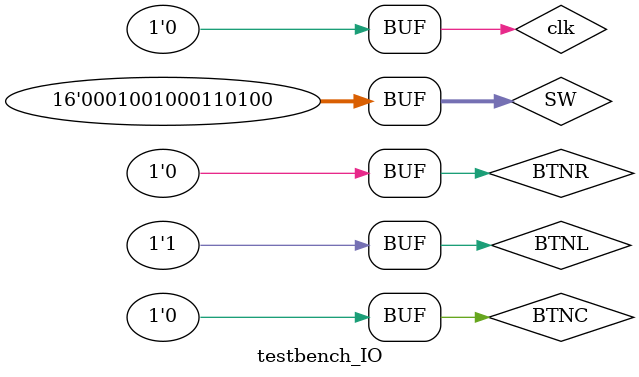
<source format=sv>
`timescale 1ns / 1ps

module testbench_IO();
    logic clk, BTNC;
    logic [15:0] SW;
    logic [7:0] AN;
    logic DP;
    logic BTNL;
    logic BTNR;
    logic [6:0] A2G;

    logic [31:0] pc, instr, readdata;
    logic [31:0] writedata, dataadr;
    logic memwrite;
    
    mips mips(clk, BTNC, pc, instr, memwrite, dataadr, writedata, readdata);
    imem imem(pc[9:2], instr);
    DataMemoryDecoder dmdec(clk, memwrite, dataadr, writedata, readdata, BTNC, BTNL, BTNR, SW, AN, DP, A2G);
    
    initial
        begin
            
            SW = 16'b0001_0010_0011_0100;
            BTNC = 1; // reset
            #20 BTNC = 0;
            #30 BTNR = 1; BTNL = 0;
            #200 BTNR = 0; BTNL = 1;
        end
        
    always
        begin
            clk <= 1; 
            #20; 
            clk <= 0; 
            #20;
        end

endmodule

</source>
